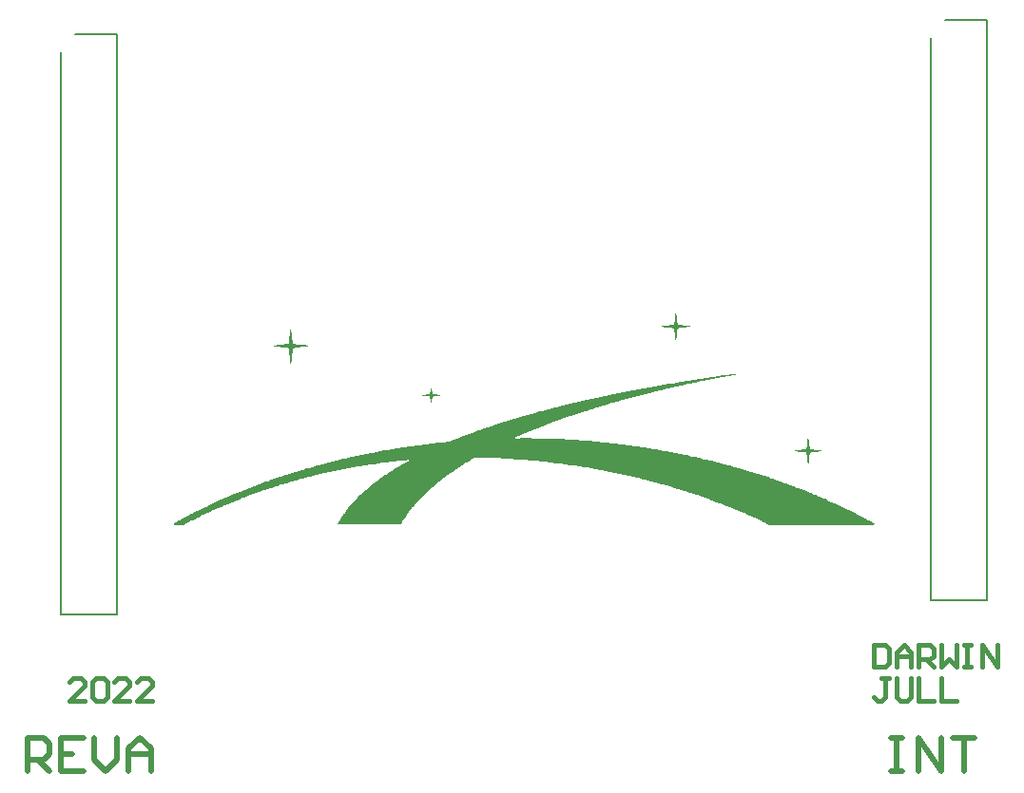
<source format=gbr>
%TF.GenerationSoftware,Altium Limited,Altium Designer,22.11.1 (43)*%
G04 Layer_Color=65535*
%FSLAX45Y45*%
%MOMM*%
%TF.SameCoordinates,C297AA42-F212-4987-B5A2-20FF98F52B47*%
%TF.FilePolarity,Positive*%
%TF.FileFunction,Legend,Top*%
%TF.Part,Single*%
G01*
G75*
%TA.AperFunction,NonConductor*%
%ADD18C,0.20000*%
%ADD19C,0.40000*%
%ADD20C,0.50800*%
G36*
X6177954Y4462383D02*
X6181674Y4440064D01*
X6183534Y4432624D01*
X6188184Y4383336D01*
X6190044Y4372177D01*
X6191904Y4364737D01*
X6195623Y4361017D01*
X6224452Y4358227D01*
X6246771Y4354507D01*
X6265371Y4352647D01*
X6296989Y4350788D01*
X6302569Y4348928D01*
X6300709Y4345208D01*
X6290480Y4342418D01*
X6245841Y4336838D01*
X6244912Y4335908D01*
X6203993Y4332188D01*
X6196554Y4330328D01*
X6192834Y4326609D01*
X6189114Y4313589D01*
X6187254Y4300570D01*
X6182604Y4255001D01*
X6180744Y4243842D01*
X6178884Y4234542D01*
X6176094Y4228032D01*
X6173304Y4225243D01*
X6170514Y4228032D01*
X6168655Y4252211D01*
X6166795Y4270811D01*
X6164935Y4294990D01*
X6163075Y4300570D01*
X6161215Y4313589D01*
X6158425Y4325678D01*
X6154705Y4331258D01*
X6136106Y4333118D01*
X6105417Y4335908D01*
X6094258Y4337768D01*
X6079378Y4339628D01*
X6055199Y4343348D01*
X6048689Y4346138D01*
X6047760Y4347068D01*
X6050549Y4349857D01*
X6057989Y4351717D01*
X6102627Y4353577D01*
X6108207Y4355437D01*
X6125876Y4358227D01*
X6140756Y4360087D01*
X6157495Y4361947D01*
X6159355Y4367527D01*
X6165865Y4407515D01*
X6167725Y4433554D01*
X6169585Y4455873D01*
X6171444Y4465173D01*
X6173304Y4467033D01*
X6177954Y4462383D01*
D02*
G37*
G36*
X2748254Y4326609D02*
X2751973Y4311729D01*
X2755693Y4285690D01*
X2760343Y4238262D01*
X2764063Y4215943D01*
X2765923Y4201063D01*
X2767783Y4193624D01*
X2773362Y4191764D01*
X2809631Y4187114D01*
X2818931Y4185254D01*
X2833810Y4183394D01*
X2857989Y4181534D01*
X2878448Y4179674D01*
X2889608Y4177815D01*
X2898907Y4174095D01*
X2897977Y4169445D01*
X2890538Y4167585D01*
X2877518Y4165725D01*
X2839390Y4162935D01*
X2815211Y4159215D01*
X2790102Y4156425D01*
X2769643Y4152705D01*
X2766853Y4149916D01*
X2762203Y4119227D01*
X2760343Y4108067D01*
X2758483Y4091328D01*
X2756623Y4067149D01*
X2754763Y4050410D01*
X2752903Y4039250D01*
X2751044Y4029951D01*
X2749183Y4022511D01*
X2745464Y4016931D01*
X2742674Y4017861D01*
X2740814Y4036460D01*
X2736164Y4085748D01*
X2734304Y4095048D01*
X2732444Y4109927D01*
X2731514Y4122017D01*
Y4123877D01*
X2728724Y4147126D01*
X2723145Y4154565D01*
X2679436Y4159215D01*
X2668277Y4161075D01*
X2643168Y4163865D01*
X2608759Y4166655D01*
X2599460Y4168515D01*
X2595740Y4170375D01*
X2596670Y4175025D01*
X2609689Y4178744D01*
X2628288Y4180604D01*
X2652467Y4182464D01*
X2671067Y4184324D01*
X2678506Y4186184D01*
X2696176Y4188974D01*
X2714775Y4190834D01*
X2724075Y4192694D01*
X2727794Y4194554D01*
X2729654Y4201994D01*
X2731514Y4226173D01*
X2734304Y4249422D01*
X2738024Y4271741D01*
X2739884Y4297780D01*
X2741744Y4321959D01*
X2744534Y4328468D01*
X2745464Y4329398D01*
X2748254Y4326609D01*
D02*
G37*
G36*
X6761970Y3928585D02*
X6751741Y3925795D01*
X6737791Y3926725D01*
Y3928585D01*
X6761041Y3929515D01*
X6761970Y3928585D01*
D02*
G37*
G36*
X4001843Y3798390D02*
X4004633Y3786301D01*
X4008352Y3749102D01*
X4010212Y3745382D01*
X4017652Y3743522D01*
X4039041Y3740732D01*
X4063220Y3737012D01*
X4072520Y3735153D01*
X4078100Y3731433D01*
X4075310Y3728643D01*
X4051131Y3726783D01*
X4018582Y3723993D01*
X4012072Y3721203D01*
X4007422Y3716553D01*
X4004633Y3680285D01*
X4002773Y3672845D01*
X3999053Y3663545D01*
X3995333Y3665405D01*
X3992543Y3673775D01*
X3990683Y3686795D01*
X3987893Y3717483D01*
X3982313Y3723063D01*
X3963714Y3724923D01*
X3956275Y3726783D01*
X3920936Y3728643D01*
X3918146Y3731433D01*
X3920936Y3734222D01*
X3928376Y3736082D01*
X3941395Y3737942D01*
X3948835Y3739802D01*
X3961854Y3741662D01*
X3963714D01*
X3981383Y3744452D01*
X3987893Y3747242D01*
X3989753Y3765841D01*
X3991613Y3788160D01*
X3993473Y3797460D01*
X3997193Y3803040D01*
X4001843Y3798390D01*
D02*
G37*
G36*
X7357146Y3348288D02*
X7359936Y3336199D01*
X7362726Y3311090D01*
X7365516Y3282261D01*
X7367376Y3271101D01*
X7368306Y3270171D01*
Y3268311D01*
X7370166Y3257152D01*
X7372956Y3254362D01*
X7380395Y3252502D01*
X7393415Y3250642D01*
X7400854Y3248782D01*
X7413874Y3246922D01*
X7438053Y3245062D01*
X7464092Y3243203D01*
X7470602Y3240413D01*
X7468742Y3236693D01*
X7458512Y3233903D01*
X7451072Y3232043D01*
X7438053Y3230183D01*
X7392485Y3225533D01*
X7376675Y3222743D01*
X7372026Y3219953D01*
X7370166Y3216234D01*
X7368306Y3210654D01*
X7365516Y3192984D01*
X7363656Y3174385D01*
X7361796Y3152066D01*
X7358076Y3131607D01*
X7355286Y3125097D01*
X7352496Y3124167D01*
X7349707Y3126957D01*
X7347847Y3145557D01*
X7345987Y3152996D01*
X7344127Y3190195D01*
X7342267Y3195774D01*
X7340407Y3208794D01*
X7338547Y3216234D01*
X7333897Y3222743D01*
X7307858Y3226463D01*
X7283679Y3228323D01*
X7265080Y3230183D01*
X7257640Y3232043D01*
X7245551Y3234833D01*
X7239041Y3237623D01*
X7238111Y3240413D01*
X7246481Y3243203D01*
X7276239Y3245062D01*
X7303208Y3247852D01*
X7312508Y3249712D01*
X7334827Y3253432D01*
X7338547Y3257152D01*
X7340407Y3270171D01*
X7342267Y3277611D01*
X7344127Y3296210D01*
X7345987Y3303650D01*
X7347847Y3340849D01*
X7349707Y3346428D01*
X7351566Y3350148D01*
X7354356Y3351078D01*
X7357146Y3348288D01*
D02*
G37*
G36*
X6712683Y3922075D02*
X6715472Y3919285D01*
X6703383Y3914635D01*
X6673624Y3912775D01*
X6660605Y3907195D01*
X6647585Y3905336D01*
X6624336Y3902546D01*
X6616896Y3900686D01*
X6606667Y3897896D01*
X6593647Y3896036D01*
X6575978Y3893246D01*
X6561099Y3889526D01*
X6536920Y3885806D01*
X6527620Y3883947D01*
X6517390Y3881157D01*
X6491352Y3877437D01*
X6469032Y3871857D01*
X6456013Y3869997D01*
X6442063Y3867207D01*
X6427184Y3863487D01*
X6417885Y3861627D01*
X6397425Y3857907D01*
X6381616Y3853258D01*
X6360227Y3850468D01*
X6352787Y3848608D01*
X6342558Y3845818D01*
X6335118Y3843958D01*
X6317449Y3841168D01*
X6310009Y3839308D01*
X6299779Y3836518D01*
X6292339Y3834658D01*
X6273740Y3832799D01*
X6264441Y3829079D01*
X6257001Y3827219D01*
X6243981Y3825359D01*
X6231892Y3822569D01*
X6216083Y3817919D01*
X6203063Y3816059D01*
X6190974Y3813269D01*
X6180744Y3810480D01*
X6173304Y3808620D01*
X6160285Y3806759D01*
X6148195Y3803970D01*
X6132386Y3799320D01*
X6116577Y3796530D01*
X6109137Y3794670D01*
X6100767Y3791880D01*
X6093328Y3790020D01*
X6075658Y3787230D01*
X6059849Y3782580D01*
X6052409Y3780721D01*
X6038460Y3777931D01*
X6022650Y3773281D01*
X6009631Y3771421D01*
X5997541Y3768631D01*
X5988242Y3764911D01*
X5977082Y3763051D01*
X5967783Y3761191D01*
X5960343Y3759332D01*
X5948254Y3754682D01*
X5930584Y3751892D01*
X5909195Y3745382D01*
X5893386Y3742592D01*
X5871997Y3736082D01*
X5857117Y3734222D01*
X5844098Y3728643D01*
X5831078Y3726783D01*
X5823639Y3724923D01*
X5814339Y3721203D01*
X5799460Y3717483D01*
X5789230Y3714693D01*
X5777140Y3710044D01*
X5758541Y3708184D01*
X5745522Y3702604D01*
X5724133Y3697954D01*
X5712043Y3693304D01*
X5704604Y3691444D01*
X5691584Y3689584D01*
X5678564Y3684005D01*
X5659035Y3679355D01*
X5643226Y3674705D01*
X5635786Y3672845D01*
X5625557Y3670055D01*
X5613467Y3665405D01*
X5598588Y3663545D01*
X5585568Y3657966D01*
X5578129Y3656106D01*
X5566039Y3653316D01*
X5555810Y3648666D01*
X5536280Y3644016D01*
X5524191Y3639366D01*
X5504662Y3634717D01*
X5492572Y3630067D01*
X5478623Y3627277D01*
X5469323Y3623557D01*
X5459093Y3620767D01*
X5451654Y3618907D01*
X5438634Y3613328D01*
X5431195Y3611468D01*
X5419105Y3608678D01*
X5408875Y3604028D01*
X5396786Y3601238D01*
X5389346Y3599378D01*
X5379117Y3594728D01*
X5359587Y3590078D01*
X5349358Y3585429D01*
X5332618Y3581709D01*
X5319599Y3576129D01*
X5309369Y3573339D01*
X5299140Y3568689D01*
X5291700Y3566829D01*
X5281471Y3564039D01*
X5271241Y3559390D01*
X5263801Y3557530D01*
X5252642Y3555670D01*
X5248922Y3551950D01*
X5238692Y3549160D01*
X5229393Y3547300D01*
X5213583Y3540790D01*
X5206144Y3538930D01*
X5189404Y3531491D01*
X5178245Y3529631D01*
X5161506Y3522191D01*
X5151276Y3519401D01*
X5141046Y3514751D01*
X5133607Y3512892D01*
X5123377Y3510102D01*
X5120587Y3507312D01*
X5107568Y3503592D01*
X5090828Y3496152D01*
X5078739Y3493362D01*
X5070369Y3488713D01*
X5062929Y3486853D01*
X5050840Y3482203D01*
X5040610Y3477553D01*
X5029451Y3475693D01*
X5012712Y3468253D01*
X5005272Y3466393D01*
X5001552Y3462674D01*
X4988533Y3458954D01*
X4971793Y3451514D01*
X4964354Y3449654D01*
X4947614Y3442214D01*
X4935525Y3437565D01*
X4925295Y3432915D01*
X4915996Y3431055D01*
X4899256Y3423615D01*
X4878797Y3414315D01*
X4871357Y3412456D01*
X4867637Y3408736D01*
X4860198Y3406876D01*
X4848108Y3402226D01*
X4845318Y3399436D01*
X4835089Y3396646D01*
X4825789Y3392926D01*
X4822999Y3390136D01*
X4808120Y3386417D01*
X4798820Y3380837D01*
X4786731Y3376187D01*
X4778361Y3371537D01*
X4766272Y3366887D01*
X4756042Y3362238D01*
X4745812Y3359448D01*
X4742093Y3352008D01*
X4744882Y3349218D01*
X4819279Y3351078D01*
X4959704Y3348288D01*
X5008062Y3346428D01*
X5060139Y3344568D01*
X5140116Y3342708D01*
X5175455Y3340849D01*
X5197774Y3338988D01*
X5223813Y3337129D01*
X5257291Y3335269D01*
X5301930Y3333409D01*
X5326109Y3331549D01*
X5344708Y3329689D01*
X5359587Y3327829D01*
X5389346Y3325969D01*
X5422825Y3324109D01*
X5441424Y3322249D01*
X5466533Y3319459D01*
X5473973Y3317599D01*
X5521401Y3314809D01*
X5536280Y3312950D01*
X5561389Y3310160D01*
X5568829Y3308300D01*
X5607887Y3306440D01*
X5613467Y3304580D01*
X5631136Y3301790D01*
X5647876Y3299930D01*
X5672055Y3298070D01*
X5686934Y3296210D01*
X5696234Y3294350D01*
X5707393Y3292490D01*
X5722273Y3290630D01*
X5746452Y3288771D01*
X5768771Y3285051D01*
X5778070Y3283191D01*
X5794810Y3281331D01*
X5813409Y3279471D01*
X5824568Y3277611D01*
X5843168Y3273891D01*
X5861767Y3272031D01*
X5878506Y3270171D01*
X5893386Y3266451D01*
X5904545Y3264592D01*
X5923145Y3262732D01*
X5945464Y3259012D01*
X5952903Y3257152D01*
X5964063Y3255292D01*
X5984522Y3253432D01*
X5993822Y3251572D01*
X6008701Y3247852D01*
X6033810Y3245062D01*
X6041250Y3243203D01*
X6053339Y3240413D01*
X6060779Y3238553D01*
X6085888Y3235763D01*
X6097977Y3232973D01*
X6105417Y3231113D01*
X6114717Y3229253D01*
X6125876Y3227393D01*
X6146335Y3223673D01*
X6156565Y3220883D01*
X6189114Y3216234D01*
X6199343Y3213444D01*
X6214223Y3209724D01*
X6231892Y3206934D01*
X6242122Y3204144D01*
X6249561Y3202284D01*
X6262581Y3200424D01*
X6276530Y3197634D01*
X6292339Y3192984D01*
X6319308Y3188335D01*
X6335118Y3183685D01*
X6354647Y3180895D01*
X6370456Y3176245D01*
X6377896Y3174385D01*
X6392775Y3172525D01*
X6398355Y3170665D01*
X6407655Y3166946D01*
X6434624Y3162296D01*
X6450433Y3157646D01*
X6457873Y3155786D01*
X6470892Y3153926D01*
X6480192Y3150206D01*
X6487632Y3148346D01*
X6500651Y3146486D01*
X6524830Y3139047D01*
X6540639Y3136257D01*
X6562029Y3129747D01*
X6576908Y3127887D01*
X6589927Y3122307D01*
X6602947Y3120447D01*
X6620616Y3113938D01*
X6629916Y3112078D01*
X6641075Y3110218D01*
X6650375Y3106498D01*
X6660605Y3103708D01*
X6680134Y3099058D01*
X6692223Y3094409D01*
X6708033Y3091619D01*
X6720122Y3086969D01*
X6727562Y3085109D01*
X6739651Y3082319D01*
X6748951Y3078599D01*
X6756391Y3076739D01*
X6765690Y3074879D01*
X6773130Y3073020D01*
X6783360Y3068370D01*
X6802889Y3063720D01*
X6813118Y3059070D01*
X6828928Y3056280D01*
X6838227Y3052560D01*
X6846597Y3049770D01*
X6858687Y3046980D01*
X6865196Y3044191D01*
X6874496Y3040471D01*
X6888445Y3037681D01*
X6898675Y3033031D01*
X6906114Y3031171D01*
X6918204Y3028381D01*
X6928434Y3023731D01*
X6945173Y3020011D01*
X6958193Y3014432D01*
X6973072Y3010712D01*
X6986091Y3005132D01*
X6998181Y3002342D01*
X7013990Y2995832D01*
X7026080Y2993043D01*
X7028870Y2990253D01*
X7043749Y2986533D01*
X7067928Y2977233D01*
X7077228Y2975373D01*
X7090247Y2969794D01*
X7097687Y2967934D01*
X7114426Y2960494D01*
X7125586Y2958634D01*
X7142325Y2951194D01*
X7152555Y2948405D01*
X7160924Y2943755D01*
X7175804Y2940035D01*
X7192543Y2932595D01*
X7201843Y2930735D01*
X7218582Y2923295D01*
X7226022Y2921436D01*
X7229741Y2917716D01*
X7239971Y2914926D01*
X7247411Y2913066D01*
X7255780Y2908416D01*
X7263220Y2906556D01*
X7272520Y2902836D01*
X7285539Y2897257D01*
X7292979Y2895397D01*
X7309718Y2887957D01*
X7317158Y2886097D01*
X7333897Y2878657D01*
X7341337Y2876797D01*
X7345057Y2873078D01*
X7352496Y2871218D01*
X7361796Y2867498D01*
X7374816Y2861918D01*
X7384115Y2858198D01*
X7397135Y2852618D01*
X7406434Y2848899D01*
X7419454Y2843319D01*
X7426893Y2841459D01*
X7430613Y2837739D01*
X7448283Y2831229D01*
X7451072Y2828439D01*
X7458512Y2826579D01*
X7470602Y2821930D01*
X7480831Y2817280D01*
X7490131Y2813560D01*
X7503150Y2807980D01*
X7544069Y2789381D01*
X7560808Y2781941D01*
X7570108Y2778221D01*
X7573827Y2774501D01*
X7581267Y2772642D01*
X7590567Y2768922D01*
X7594287Y2765202D01*
X7606376Y2762412D01*
X7612886Y2757762D01*
X7622185Y2754042D01*
X7642645Y2744743D01*
X7646364Y2742883D01*
X7650084Y2739163D01*
X7667754Y2732653D01*
X7670543Y2729863D01*
X7685423Y2724284D01*
X7689143Y2720564D01*
X7699372Y2717774D01*
X7705882Y2713124D01*
X7715182Y2709404D01*
X7735641Y2700105D01*
X7739361Y2698245D01*
X7743081Y2694525D01*
X7755170Y2689875D01*
X7767260Y2683365D01*
X7813758Y2659186D01*
X7823057Y2655466D01*
X7826777Y2653606D01*
X7830497Y2649886D01*
X7845376Y2644307D01*
X7849096Y2640587D01*
X7861186Y2635937D01*
X7865836Y2631287D01*
X7877925Y2626638D01*
X7880715Y2623848D01*
X7890015Y2620128D01*
X7893735Y2618268D01*
X7897454Y2614548D01*
X7909544Y2609898D01*
X7916054Y2605248D01*
X7940233Y2592229D01*
X7943022Y2589439D01*
X7941162Y2578280D01*
X7930933Y2575490D01*
X7004691Y2577349D01*
X6993531Y2584789D01*
X6983302Y2587579D01*
X6978652Y2592229D01*
X6966562Y2596879D01*
X6958193Y2601528D01*
X6934014Y2612688D01*
X6913554Y2621988D01*
X6909835Y2623848D01*
X6878216Y2638727D01*
X6868916Y2644307D01*
X6859616Y2648027D01*
X6854037Y2649886D01*
X6844737Y2655466D01*
X6834508Y2658256D01*
X6831718Y2661046D01*
X6822418Y2664766D01*
X6810329Y2669416D01*
X6807539Y2672206D01*
X6800099Y2674066D01*
X6759181Y2692665D01*
X6753601Y2694525D01*
X6736862Y2701964D01*
X6729422Y2703824D01*
X6725702Y2707544D01*
X6708033Y2714054D01*
X6705243Y2716844D01*
X6693153Y2719634D01*
X6681064Y2726143D01*
X6673624Y2728003D01*
X6664324Y2731723D01*
X6651305Y2737303D01*
X6634566Y2744743D01*
X6627126Y2746603D01*
X6610387Y2754042D01*
X6598297Y2758692D01*
X6595507Y2761482D01*
X6575978Y2766132D01*
X6573188Y2768922D01*
X6560169Y2772642D01*
X6543429Y2780081D01*
X6535990Y2781941D01*
X6519250Y2789381D01*
X6507161Y2792171D01*
X6498791Y2796821D01*
X6491352Y2798680D01*
X6479262Y2803330D01*
X6469032Y2807980D01*
X6457873Y2809840D01*
X6441133Y2817280D01*
X6433694Y2819140D01*
X6420674Y2824720D01*
X6405795Y2828439D01*
X6392775Y2834019D01*
X6385336Y2835879D01*
X6368596Y2843319D01*
X6354647Y2846109D01*
X6344417Y2850758D01*
X6336978Y2852618D01*
X6326748Y2855408D01*
X6316518Y2860058D01*
X6309079Y2861918D01*
X6298849Y2864708D01*
X6288620Y2869358D01*
X6276530Y2872148D01*
X6266301Y2876797D01*
X6258861Y2878657D01*
X6246771Y2881447D01*
X6237472Y2885167D01*
X6229102Y2887957D01*
X6217013Y2890747D01*
X6206783Y2895397D01*
X6199343Y2897257D01*
X6188184Y2899116D01*
X6175164Y2904696D01*
X6167725Y2906556D01*
X6156565Y2908416D01*
X6143545Y2913996D01*
X6124016Y2918646D01*
X6113787Y2923295D01*
X6099837Y2926085D01*
X6090538Y2929805D01*
X6080308Y2932595D01*
X6065429Y2934455D01*
X6052409Y2940035D01*
X6044970Y2941895D01*
X6033810Y2943755D01*
X6020791Y2949334D01*
X6003121Y2952124D01*
X5981732Y2958634D01*
X5974292Y2960494D01*
X5963133Y2962354D01*
X5953833Y2966074D01*
X5946393Y2967934D01*
X5933374Y2969794D01*
X5921285Y2974443D01*
X5911055Y2977233D01*
X5896176Y2979093D01*
X5883156Y2984673D01*
X5870137Y2986533D01*
X5862697Y2988393D01*
X5844098Y2993973D01*
X5831078Y2995832D01*
X5818989Y2998622D01*
X5803179Y3003272D01*
X5790160Y3005132D01*
X5769701Y3010712D01*
X5762261Y3012572D01*
X5744592Y3015362D01*
X5728783Y3020011D01*
X5721343Y3021872D01*
X5703673Y3024661D01*
X5687864Y3029311D01*
X5680425Y3031171D01*
X5662755Y3033961D01*
X5646946Y3038611D01*
X5633926Y3040471D01*
X5621837Y3043261D01*
X5606027Y3047910D01*
X5588358Y3050700D01*
X5579058Y3052560D01*
X5568829Y3055350D01*
X5561389Y3057210D01*
X5540000Y3060000D01*
X5532560Y3061860D01*
X5522331Y3064650D01*
X5514891Y3066510D01*
X5493502Y3069299D01*
X5471183Y3074879D01*
X5452584Y3076739D01*
X5441424Y3078599D01*
X5431195Y3081389D01*
X5423755Y3083249D01*
X5389346Y3087899D01*
X5381906Y3089759D01*
X5372607Y3091619D01*
X5347498Y3094409D01*
X5334479Y3096268D01*
X5319599Y3099988D01*
X5282401Y3103708D01*
X5261011Y3108358D01*
X5249852Y3110218D01*
X5229393Y3112078D01*
X5207074Y3115798D01*
X5197774Y3117657D01*
X5186614Y3119518D01*
X5164295Y3121378D01*
X5128957Y3126957D01*
X5110358Y3128817D01*
X5070369Y3131607D01*
X5064789Y3133467D01*
X5047120Y3136257D01*
X5026661Y3138117D01*
X5004342Y3139977D01*
X4989462Y3141836D01*
X4964354Y3144626D01*
X4951334Y3146486D01*
X4903906Y3149276D01*
X4878797Y3152066D01*
X4871357Y3153926D01*
X4836019Y3155786D01*
X4811840Y3157646D01*
X4779291Y3160436D01*
X4760692Y3162296D01*
X4705824Y3165086D01*
X4660256Y3167876D01*
X4639797Y3169735D01*
X4608178Y3171595D01*
X4557960Y3173455D01*
X4487283Y3175315D01*
X4403586Y3177175D01*
X4402656Y3178105D01*
X4397077Y3176245D01*
X4378477Y3174385D01*
X4365458Y3165086D01*
X4358018Y3163226D01*
X4352438Y3157646D01*
X4313380Y3135327D01*
X4309660Y3131607D01*
X4283621Y3116728D01*
X4279901Y3113008D01*
X4270602Y3109288D01*
X4266882Y3105568D01*
X4263162Y3103708D01*
X4253862Y3098128D01*
X4250143Y3094409D01*
X4240843Y3088829D01*
X4223174Y3076739D01*
X4216664Y3073949D01*
X4211084Y3068370D01*
X4198065Y3060930D01*
X4185045Y3051630D01*
X4167376Y3039541D01*
X4155286Y3031171D01*
X4151566Y3029311D01*
X4145987Y3023731D01*
X4142267Y3021872D01*
X4129248Y3012572D01*
X4125528Y3010712D01*
X4119948Y3005132D01*
X4116228Y3003272D01*
X4110648Y2997693D01*
X4106928Y2995832D01*
X4087399Y2981883D01*
X4086469Y2979093D01*
X4077170Y2973513D01*
X4071590Y2967934D01*
X4067870Y2966074D01*
X4062290Y2960494D01*
X4052991Y2954914D01*
X4047411Y2949334D01*
X4043691Y2947474D01*
X4036251Y2940035D01*
X4033461Y2939105D01*
X4031601Y2935385D01*
X4025092Y2930735D01*
X4019512Y2925155D01*
X4015792Y2923295D01*
X4008352Y2915856D01*
X3999983Y2911206D01*
X3999053Y2908416D01*
X3995333Y2906556D01*
X3986033Y2897257D01*
X3982313Y2895397D01*
X3978594Y2889817D01*
X3974874Y2887957D01*
X3958134Y2871218D01*
X3954414Y2869358D01*
X3880948Y2795891D01*
X3879087Y2792171D01*
X3864208Y2777291D01*
X3862348Y2773572D01*
X3847469Y2758692D01*
X3845609Y2754972D01*
X3838169Y2747533D01*
X3836309Y2743813D01*
X3828870Y2736373D01*
X3827010Y2732653D01*
X3821430Y2727074D01*
X3819570Y2723354D01*
X3816780Y2718704D01*
X3813060Y2716844D01*
X3806550Y2706614D01*
X3802831Y2702895D01*
X3800971Y2699175D01*
X3795391Y2693595D01*
X3793531Y2689875D01*
X3784231Y2676855D01*
X3782372Y2673136D01*
X3776792Y2667556D01*
X3769352Y2654536D01*
X3756333Y2635937D01*
X3750753Y2626638D01*
X3735873Y2600599D01*
X3730294Y2591299D01*
X3728434Y2587579D01*
X3723784Y2582929D01*
X3708904Y2581070D01*
X3703325Y2582929D01*
X3177896Y2581999D01*
X3173246Y2582929D01*
X3167667Y2581070D01*
X3163017Y2585719D01*
X3164877Y2593159D01*
X3168596Y2596879D01*
X3170456Y2602459D01*
X3177896Y2613618D01*
X3179756Y2619198D01*
X3185336Y2624778D01*
X3189056Y2634077D01*
X3194635Y2639657D01*
X3196495Y2645237D01*
X3205795Y2658256D01*
X3207655Y2661976D01*
X3211375Y2665696D01*
X3216954Y2674996D01*
X3220674Y2678715D01*
X3226254Y2688015D01*
X3229974Y2691735D01*
X3235554Y2701034D01*
X3239274Y2704754D01*
X3241133Y2708474D01*
X3248573Y2715914D01*
X3254153Y2725213D01*
X3257873Y2728933D01*
X3259733Y2732653D01*
X3267173Y2740093D01*
X3269032Y2743813D01*
X3276472Y2751253D01*
X3278332Y2754972D01*
X3283912Y2758692D01*
X3285772Y2762412D01*
X3293211Y2769852D01*
X3295071Y2773572D01*
X3300651Y2777291D01*
X3302511Y2781011D01*
X3319250Y2797751D01*
X3321110Y2801470D01*
X3339710Y2820070D01*
X3340639Y2822859D01*
X3344359Y2824720D01*
X3362958Y2843319D01*
X3366678Y2845179D01*
X3385278Y2863778D01*
X3388998Y2865638D01*
X3392717Y2871218D01*
X3396437Y2873078D01*
X3411317Y2887957D01*
X3415036Y2889817D01*
X3422476Y2897257D01*
X3426196Y2899116D01*
X3433636Y2906556D01*
X3437356Y2908416D01*
X3444795Y2915856D01*
X3448515Y2917716D01*
X3455955Y2925155D01*
X3459675Y2927015D01*
X3467114Y2934455D01*
X3470834Y2936315D01*
X3476414Y2941895D01*
X3480134Y2943755D01*
X3485714Y2949334D01*
X3495013Y2954914D01*
X3498733Y2958634D01*
X3502453Y2960494D01*
X3509893Y2967934D01*
X3519192Y2973513D01*
X3522912Y2977233D01*
X3532212Y2982813D01*
X3535931Y2986533D01*
X3539651Y2988393D01*
X3545231Y2993973D01*
X3558251Y3001412D01*
X3561971Y3005132D01*
X3571270Y3010712D01*
X3584290Y3020011D01*
X3607539Y3035821D01*
X3610329Y3038611D01*
X3623348Y3046051D01*
X3643807Y3059070D01*
X3647527Y3060930D01*
X3651247Y3064650D01*
X3677286Y3079529D01*
X3681006Y3083249D01*
X3690305Y3086969D01*
X3695885Y3092549D01*
X3708904Y3099988D01*
X3725644Y3109288D01*
X3738663Y3116728D01*
X3772142Y3135327D01*
X3785161Y3142767D01*
X3794461Y3146486D01*
X3798181Y3148346D01*
X3800971Y3151136D01*
X3800041Y3155786D01*
X3757262Y3153926D01*
X3751683Y3152066D01*
X3730294Y3149276D01*
X3707975Y3147416D01*
X3667986Y3144626D01*
X3662406Y3142767D01*
X3643807Y3140907D01*
X3636367Y3139047D01*
X3599169Y3137187D01*
X3593589Y3135327D01*
X3571270Y3131607D01*
X3558251Y3129747D01*
X3523842Y3125097D01*
X3514542Y3123237D01*
X3489433Y3120447D01*
X3461535Y3118588D01*
X3455955Y3116728D01*
X3441075Y3113008D01*
X3416896Y3111148D01*
X3409457Y3109288D01*
X3397367Y3106498D01*
X3388068Y3104638D01*
X3362958Y3101848D01*
X3341569Y3097199D01*
X3332270Y3095338D01*
X3315531Y3093478D01*
X3300651Y3091619D01*
X3293211Y3089759D01*
X3282982Y3086969D01*
X3269962Y3085109D01*
X3252293Y3082319D01*
X3242063Y3079529D01*
X3234624Y3077669D01*
X3221604Y3075809D01*
X3200215Y3071159D01*
X3192775Y3069299D01*
X3181616Y3067440D01*
X3166737Y3065580D01*
X3157437Y3063720D01*
X3147207Y3060930D01*
X3139768Y3059070D01*
X3122098Y3056280D01*
X3106289Y3051630D01*
X3098849Y3049770D01*
X3079320Y3046980D01*
X3063511Y3042331D01*
X3056071Y3040471D01*
X3038402Y3037681D01*
X3022592Y3033031D01*
X3015153Y3031171D01*
X2997483Y3028381D01*
X2981674Y3023731D01*
X2968655Y3021872D01*
X2944476Y3014432D01*
X2924946Y3009782D01*
X2909137Y3005132D01*
X2893328Y3002342D01*
X2884028Y2998622D01*
X2876588Y2996763D01*
X2865429Y2994903D01*
X2857989Y2993043D01*
X2848690Y2989323D01*
X2839390Y2987463D01*
X2828230Y2985603D01*
X2813351Y2980023D01*
X2805911Y2978163D01*
X2794752Y2976303D01*
X2778942Y2969794D01*
X2763133Y2967004D01*
X2753833Y2963284D01*
X2745464Y2960494D01*
X2731514Y2957704D01*
X2722215Y2953984D01*
X2711985Y2951194D01*
X2700825Y2949334D01*
X2687806Y2943755D01*
X2680366Y2941895D01*
X2669207Y2940035D01*
X2656187Y2934455D01*
X2641308Y2930735D01*
X2628288Y2925155D01*
X2611549Y2921436D01*
X2598530Y2915856D01*
X2586440Y2913066D01*
X2576210Y2908416D01*
X2568771Y2906556D01*
X2558541Y2903766D01*
X2548312Y2899116D01*
X2531572Y2895397D01*
X2518553Y2889817D01*
X2503673Y2886097D01*
X2486934Y2878657D01*
X2479494Y2876797D01*
X2466475Y2871218D01*
X2454385Y2868428D01*
X2446016Y2863778D01*
X2431136Y2860058D01*
X2427417Y2858198D01*
X2414397Y2852618D01*
X2405098Y2850758D01*
X2388358Y2843319D01*
X2379058Y2841459D01*
X2366039Y2835879D01*
X2358599Y2834019D01*
X2354879Y2832159D01*
X2341860Y2826579D01*
X2329771Y2821930D01*
X2326981Y2819140D01*
X2314891Y2816350D01*
X2295362Y2807980D01*
X2287922Y2806120D01*
X2271183Y2798680D01*
X2263743Y2796821D01*
X2260023Y2793101D01*
X2245144Y2789381D01*
X2228405Y2781941D01*
X2216315Y2777291D01*
X2213525Y2774501D01*
X2203296Y2771712D01*
X2183767Y2763342D01*
X2163307Y2754042D01*
X2155868Y2752182D01*
X2152148Y2748463D01*
X2134479Y2741953D01*
X2131689Y2739163D01*
X2121459Y2736373D01*
X2112159Y2732653D01*
X2109369Y2729863D01*
X2101930Y2728003D01*
X2092630Y2724284D01*
X2079611Y2718704D01*
X2038692Y2700105D01*
X2034973Y2698245D01*
X2025673Y2692665D01*
X2018233Y2690805D01*
X2007074Y2683365D01*
X1997774Y2681505D01*
X1994054Y2677785D01*
X1984754Y2674066D01*
X1943836Y2655466D01*
X1940117Y2653606D01*
X1901058Y2633147D01*
X1891758Y2629427D01*
X1882459Y2623848D01*
X1873159Y2620128D01*
X1869439Y2618268D01*
X1860140Y2612688D01*
X1787603Y2577349D01*
X1780163Y2575490D01*
X1705766Y2577349D01*
X1702976Y2580139D01*
X1704836Y2591299D01*
X1707626Y2594089D01*
X1715066Y2595949D01*
X1720645Y2601528D01*
X1729945Y2605248D01*
X1733665Y2608968D01*
X1742965Y2612688D01*
X1746684Y2614548D01*
X1755984Y2620128D01*
X1769003Y2627568D01*
X1835961Y2662906D01*
X1845260Y2666626D01*
X1848980Y2668486D01*
X1852700Y2672206D01*
X1864790Y2676855D01*
X1876879Y2683365D01*
X1968015Y2728003D01*
X1977315Y2733583D01*
X1986615Y2737303D01*
X1994054Y2739163D01*
X1999634Y2744743D01*
X2009864Y2747533D01*
X2012654Y2750322D01*
X2016373Y2752182D01*
X2021953Y2754042D01*
X2124249Y2800540D01*
X2127969Y2802400D01*
X2140988Y2807980D01*
X2161447Y2817280D01*
X2168887Y2819140D01*
X2178187Y2824720D01*
X2190276Y2829369D01*
X2193066Y2832159D01*
X2200506Y2834019D01*
X2209805Y2837739D01*
X2243284Y2852618D01*
X2250724Y2854478D01*
X2260023Y2860058D01*
X2267463Y2861918D01*
X2287922Y2871218D01*
X2295362Y2873078D01*
X2328841Y2887957D01*
X2339070Y2890747D01*
X2347440Y2895397D01*
X2354879Y2897257D01*
X2366969Y2901906D01*
X2369759Y2904696D01*
X2381848Y2907486D01*
X2401378Y2915856D01*
X2408817Y2917716D01*
X2421837Y2923295D01*
X2446016Y2932595D01*
X2453456Y2934455D01*
X2457175Y2936315D01*
X2470195Y2941895D01*
X2480425Y2944685D01*
X2488794Y2949334D01*
X2503673Y2953054D01*
X2520413Y2960494D01*
X2529712Y2962354D01*
X2542732Y2967934D01*
X2550172Y2969794D01*
X2566911Y2977233D01*
X2579000Y2980023D01*
X2594810Y2986533D01*
X2605039Y2989323D01*
X2615269Y2993973D01*
X2622709Y2995832D01*
X2632938Y2998622D01*
X2643168Y3003272D01*
X2655257Y3006062D01*
X2661767Y3008852D01*
X2671067Y3012572D01*
X2683156Y3015362D01*
X2693386Y3020011D01*
X2700825Y3021872D01*
X2711055Y3024661D01*
X2717565Y3027451D01*
X2726864Y3031171D01*
X2740814Y3033961D01*
X2751044Y3038611D01*
X2767783Y3042331D01*
X2780802Y3047910D01*
X2800331Y3052560D01*
X2810561Y3057210D01*
X2824510Y3060000D01*
X2833810Y3063720D01*
X2844040Y3066510D01*
X2856129Y3069299D01*
X2865429Y3073020D01*
X2885888Y3078599D01*
X2895188Y3082319D01*
X2902627Y3084179D01*
X2913787Y3086039D01*
X2923086Y3089759D01*
X2933316Y3092549D01*
X2940756Y3094409D01*
X2950055Y3096268D01*
X2963075Y3101848D01*
X2977954Y3103708D01*
X2990974Y3109288D01*
X3017013Y3114868D01*
X3026312Y3118588D01*
X3033752Y3120447D01*
X3048631Y3122307D01*
X3061651Y3127887D01*
X3074670Y3129747D01*
X3098849Y3137187D01*
X3111869Y3139047D01*
X3123958Y3143697D01*
X3131398Y3145557D01*
X3142558Y3147416D01*
X3151857Y3149276D01*
X3161157Y3152996D01*
X3168596Y3154856D01*
X3179756Y3156716D01*
X3189056Y3158576D01*
X3204865Y3163226D01*
X3212305Y3165086D01*
X3227184Y3166946D01*
X3236484Y3170665D01*
X3243923Y3172525D01*
X3256943Y3174385D01*
X3264383Y3176245D01*
X3282982Y3181825D01*
X3309951Y3186475D01*
X3318321Y3189265D01*
X3325760Y3191125D01*
X3345289Y3193914D01*
X3361099Y3198564D01*
X3368538Y3200424D01*
X3387137Y3202284D01*
X3392717Y3204144D01*
X3405737Y3207864D01*
X3418756Y3209724D01*
X3434566Y3212514D01*
X3442005Y3214374D01*
X3452235Y3217163D01*
X3465254Y3219024D01*
X3481064Y3221813D01*
X3491293Y3224603D01*
X3498733Y3226463D01*
X3521982Y3229253D01*
X3531282Y3231113D01*
X3546161Y3234833D01*
X3579640Y3240413D01*
X3587079Y3242272D01*
X3596379Y3244132D01*
X3613119Y3245992D01*
X3633578Y3249712D01*
X3641017Y3251572D01*
X3666126Y3254362D01*
X3673566Y3256222D01*
X3687515Y3259012D01*
X3694955Y3260872D01*
X3709835Y3262732D01*
X3728434Y3264592D01*
X3739593Y3266451D01*
X3747033Y3268311D01*
X3756333Y3270171D01*
X3771212Y3272031D01*
X3789811Y3273891D01*
X3808410Y3277611D01*
X3819570Y3279471D01*
X3838169Y3281331D01*
X3854908Y3283191D01*
X3866068Y3285051D01*
X3873508Y3286911D01*
X3898617Y3289701D01*
X3925586Y3292490D01*
X3936745Y3294350D01*
X3946045Y3296210D01*
X3962784Y3298070D01*
X3985103Y3299930D01*
X4001843Y3301790D01*
X4024162Y3305510D01*
X4044621Y3307370D01*
X4070660Y3309230D01*
X4085539Y3311090D01*
X4096699Y3312950D01*
X4111578Y3314809D01*
X4135757Y3316670D01*
X4152496Y3318529D01*
X4159006Y3321319D01*
X4168306Y3325039D01*
X4178535Y3327829D01*
X4190625Y3334339D01*
X4200854Y3337129D01*
X4209224Y3341778D01*
X4216664Y3343638D01*
X4225964Y3347358D01*
X4238983Y3352938D01*
X4248283Y3354798D01*
X4252002Y3358518D01*
X4265022Y3362238D01*
X4281761Y3369677D01*
X4289201Y3371537D01*
X4305940Y3378977D01*
X4313380Y3380837D01*
X4330119Y3388277D01*
X4339419Y3390136D01*
X4356158Y3397576D01*
X4365458Y3399436D01*
X4378477Y3405016D01*
X4385917Y3406876D01*
X4402656Y3414315D01*
X4412886Y3417105D01*
X4428695Y3423615D01*
X4438925Y3426405D01*
X4449154Y3431055D01*
X4464034Y3434775D01*
X4477053Y3440355D01*
X4491933Y3444074D01*
X4504952Y3449654D01*
X4519831Y3453374D01*
X4523552Y3457094D01*
X4530991Y3458954D01*
X4543081Y3461744D01*
X4551450Y3466393D01*
X4558890Y3468253D01*
X4570979Y3471043D01*
X4581209Y3475693D01*
X4588649Y3477553D01*
X4597948Y3479413D01*
X4610968Y3484993D01*
X4627707Y3488713D01*
X4640727Y3494292D01*
X4648166Y3496152D01*
X4658396Y3498942D01*
X4668625Y3503592D01*
X4682575Y3506382D01*
X4692804Y3511032D01*
X4700244Y3512892D01*
X4714194Y3515681D01*
X4724423Y3520331D01*
X4743952Y3524981D01*
X4756042Y3529631D01*
X4763482Y3531491D01*
X4774641Y3533351D01*
X4787661Y3538930D01*
X4799750Y3541720D01*
X4809050Y3545440D01*
X4819279Y3548230D01*
X4831369Y3551020D01*
X4840668Y3554740D01*
X4848108Y3556600D01*
X4859268Y3558460D01*
X4866708Y3560320D01*
X4876937Y3564970D01*
X4889956Y3566829D01*
X4897396Y3568689D01*
X4906696Y3572409D01*
X4921575Y3576129D01*
X4931805Y3578919D01*
X4943894Y3583569D01*
X4959704Y3586359D01*
X4969003Y3590078D01*
X4979233Y3592868D01*
X4994112Y3594728D01*
X5003412Y3598448D01*
X5016431Y3602168D01*
X5030381Y3604958D01*
X5039681Y3608678D01*
X5047120Y3610538D01*
X5058280Y3612397D01*
X5079669Y3618907D01*
X5087108Y3620767D01*
X5101058Y3623557D01*
X5113148Y3628207D01*
X5131747Y3630067D01*
X5141046Y3633786D01*
X5154066Y3637507D01*
X5168945Y3639366D01*
X5178245Y3643086D01*
X5191264Y3646806D01*
X5206144Y3648666D01*
X5215443Y3652386D01*
X5230323Y3656106D01*
X5244272Y3658896D01*
X5260081Y3663545D01*
X5284260Y3667265D01*
X5293560Y3670985D01*
X5301000Y3672845D01*
X5318669Y3675635D01*
X5334479Y3680285D01*
X5341918Y3682145D01*
X5357727Y3684934D01*
X5367027Y3688654D01*
X5376327Y3690514D01*
X5391206Y3692374D01*
X5398646Y3694234D01*
X5408875Y3697024D01*
X5423755Y3700744D01*
X5441424Y3703534D01*
X5451654Y3706324D01*
X5459093Y3708184D01*
X5472113Y3710044D01*
X5484202Y3712833D01*
X5500012Y3717483D01*
X5517681Y3720273D01*
X5525121Y3722133D01*
X5535350Y3724923D01*
X5542790Y3726783D01*
X5562319Y3729573D01*
X5578129Y3734222D01*
X5591148Y3736082D01*
X5608817Y3738872D01*
X5624627Y3743522D01*
X5637646Y3745382D01*
X5651596Y3748172D01*
X5666475Y3751892D01*
X5675775Y3753752D01*
X5696234Y3757472D01*
X5711113Y3761191D01*
X5744592Y3766771D01*
X5754821Y3769561D01*
X5787370Y3774211D01*
X5797600Y3777001D01*
X5812479Y3780721D01*
X5831078Y3782580D01*
X5836658Y3784440D01*
X5849677Y3788160D01*
X5868277Y3790020D01*
X5884086Y3792810D01*
X5891526Y3794670D01*
X5901755Y3797460D01*
X5925004Y3800250D01*
X5947324Y3805830D01*
X5977082Y3809549D01*
X5986382Y3811409D01*
X5996612Y3814199D01*
X6004051Y3816059D01*
X6029160Y3818849D01*
X6044040Y3822569D01*
X6055199Y3824429D01*
X6065429Y3825359D01*
X6067289D01*
X6088678Y3830009D01*
X6096118Y3831869D01*
X6121227Y3834658D01*
X6137036Y3837448D01*
X6147265Y3840238D01*
X6173304Y3843958D01*
X6190974Y3846748D01*
X6201203Y3849538D01*
X6219802Y3851398D01*
X6232822Y3853258D01*
X6248631Y3856048D01*
X6256071Y3857907D01*
X6267231Y3859767D01*
X6283970Y3861627D01*
X6304429Y3865347D01*
X6311869Y3867207D01*
X6323028Y3869067D01*
X6343487Y3870927D01*
X6354647Y3872787D01*
X6362087Y3874647D01*
X6371386Y3876507D01*
X6386266Y3878367D01*
X6406725Y3880227D01*
X6417885Y3882086D01*
X6425324Y3883947D01*
X6434624Y3885806D01*
X6451363Y3887666D01*
X6466242Y3889526D01*
X6484842Y3893246D01*
X6496001Y3895106D01*
X6512741Y3896966D01*
X6527620Y3898826D01*
X6538779Y3900686D01*
X6548079Y3902546D01*
X6559239Y3904406D01*
X6592717Y3908126D01*
X6615036Y3911845D01*
X6624336Y3913705D01*
X6641075Y3915565D01*
X6661535Y3917425D01*
X6668974Y3919285D01*
X6679204Y3922075D01*
X6692223Y3923935D01*
X6712683Y3922075D01*
D02*
G37*
D18*
X8572500Y7081500D02*
X8949500D01*
Y1905500D02*
Y7081500D01*
X8449500Y1905500D02*
X8949500D01*
X8449500D02*
Y6921500D01*
X825500Y6954500D02*
X1202500D01*
Y1778500D02*
Y6954500D01*
X702500Y1778500D02*
X1202500D01*
X702500D02*
Y6794500D01*
D19*
X8071790Y1209936D02*
X8005145D01*
X8038468D01*
Y1043323D01*
X8005145Y1010000D01*
X7971823D01*
X7938500Y1043323D01*
X8138436Y1209936D02*
Y1043323D01*
X8171758Y1010000D01*
X8238403D01*
X8271726Y1043323D01*
Y1209936D01*
X8338371D02*
Y1010000D01*
X8471661D01*
X8538307Y1209936D02*
Y1010000D01*
X8671597D01*
X910193D02*
X776903D01*
X910193Y1143290D01*
Y1176613D01*
X876871Y1209936D01*
X810225D01*
X776903Y1176613D01*
X976839D02*
X1010161Y1209936D01*
X1076806D01*
X1110129Y1176613D01*
Y1043323D01*
X1076806Y1010000D01*
X1010161D01*
X976839Y1043323D01*
Y1176613D01*
X1310064Y1010000D02*
X1176774D01*
X1310064Y1143290D01*
Y1176613D01*
X1276742Y1209936D01*
X1210097D01*
X1176774Y1176613D01*
X1510000Y1010000D02*
X1376710D01*
X1510000Y1143290D01*
Y1176613D01*
X1476678Y1209936D01*
X1410032D01*
X1376710Y1176613D01*
X7938500Y1509936D02*
Y1310000D01*
X8038468D01*
X8071790Y1343322D01*
Y1476613D01*
X8038468Y1509936D01*
X7938500D01*
X8138436Y1310000D02*
Y1443290D01*
X8205081Y1509936D01*
X8271726Y1443290D01*
Y1310000D01*
Y1409968D01*
X8138436D01*
X8338371Y1310000D02*
Y1509936D01*
X8438339D01*
X8471661Y1476613D01*
Y1409968D01*
X8438339Y1376645D01*
X8338371D01*
X8405016D02*
X8471661Y1310000D01*
X8538307Y1509936D02*
Y1310000D01*
X8604952Y1376645D01*
X8671597Y1310000D01*
Y1509936D01*
X8738242D02*
X8804887D01*
X8771565D01*
Y1310000D01*
X8738242D01*
X8804887D01*
X8904855D02*
Y1509936D01*
X9038145Y1310000D01*
Y1509936D01*
D20*
X8089300Y680703D02*
X8189268D01*
X8139284D01*
Y380800D01*
X8089300D01*
X8189268D01*
X8339219D02*
Y680703D01*
X8539155Y380800D01*
Y680703D01*
X8639122D02*
X8839058D01*
X8739090D01*
Y380800D01*
X399556D02*
Y680703D01*
X549507D01*
X599491Y630719D01*
Y530752D01*
X549507Y480768D01*
X399556D01*
X499524D02*
X599491Y380800D01*
X899394Y680703D02*
X699459D01*
Y380800D01*
X899394D01*
X699459Y530752D02*
X799426D01*
X999362Y680703D02*
Y480768D01*
X1099329Y380800D01*
X1199297Y480768D01*
Y680703D01*
X1299265Y380800D02*
Y580735D01*
X1399232Y680703D01*
X1499200Y580735D01*
Y380800D01*
Y530752D01*
X1299265D01*
%TF.MD5,ae682ba22aef0091530e4d9a82e9cf1f*%
M02*

</source>
